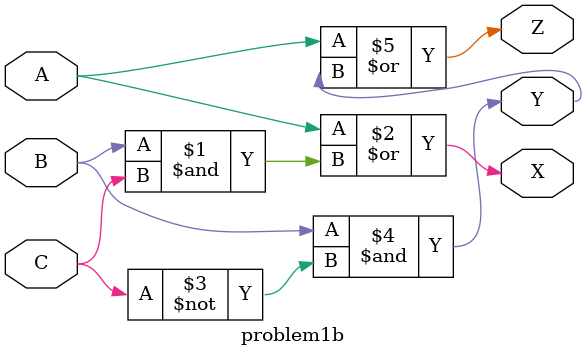
<source format=v>
module problem1b(X, Y, Z, A, B, C);
	input A, B, C;
	output X, Y, Z;

	assign X = A | (B & C);
	assign Y = B & (~C);
	assign Z = A | Y;

endmodule
</source>
